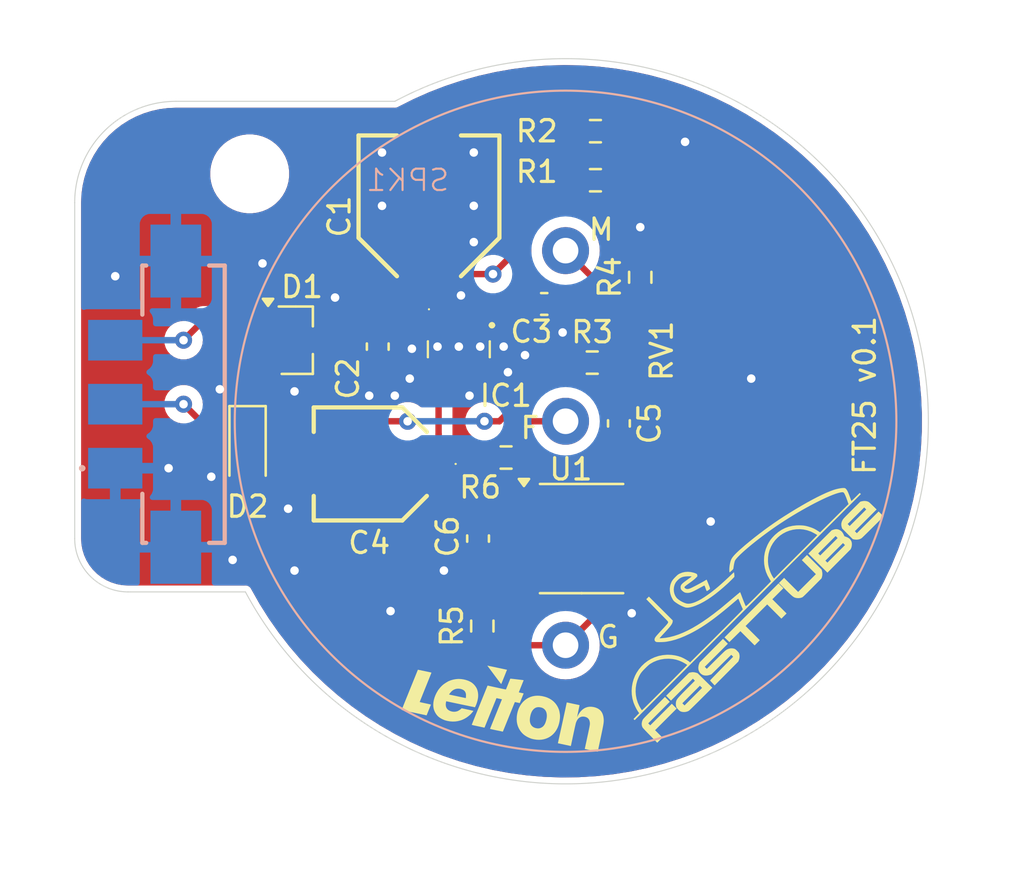
<source format=kicad_pcb>
(kicad_pcb
	(version 20240108)
	(generator "pcbnew")
	(generator_version "8.0")
	(general
		(thickness 1.6)
		(legacy_teardrops no)
	)
	(paper "A4")
	(layers
		(0 "F.Cu" signal)
		(31 "B.Cu" power)
		(32 "B.Adhes" user "B.Adhesive")
		(33 "F.Adhes" user "F.Adhesive")
		(34 "B.Paste" user)
		(35 "F.Paste" user)
		(37 "F.SilkS" user "F.Silkscreen")
		(38 "B.Mask" user)
		(39 "F.Mask" user)
		(40 "Dwgs.User" user "User.Drawings")
		(41 "Cmts.User" user "User.Comments")
		(42 "Eco1.User" user "User.Eco1")
		(43 "Eco2.User" user "User.Eco2")
		(44 "Edge.Cuts" user)
		(45 "Margin" user)
		(46 "B.CrtYd" user "B.Courtyard")
		(47 "F.CrtYd" user "F.Courtyard")
		(48 "B.Fab" user)
		(49 "F.Fab" user)
		(50 "User.1" user)
		(51 "User.2" user)
		(52 "User.3" user)
		(53 "User.4" user)
		(54 "User.5" user)
		(55 "User.6" user)
		(56 "User.7" user)
		(57 "User.8" user)
		(58 "User.9" user)
	)
	(setup
		(stackup
			(layer "F.SilkS"
				(type "Top Silk Screen")
			)
			(layer "F.Paste"
				(type "Top Solder Paste")
			)
			(layer "F.Mask"
				(type "Top Solder Mask")
				(thickness 0.01)
			)
			(layer "F.Cu"
				(type "copper")
				(thickness 0.035)
			)
			(layer "dielectric 1"
				(type "core")
				(thickness 1.51)
				(material "FR4")
				(epsilon_r 4.5)
				(loss_tangent 0.02)
			)
			(layer "B.Cu"
				(type "copper")
				(thickness 0.035)
			)
			(layer "B.Mask"
				(type "Bottom Solder Mask")
				(thickness 0.01)
			)
			(layer "B.Paste"
				(type "Bottom Solder Paste")
			)
			(layer "dielectric 2"
				(type "Bottom Silk Screen")
				(thickness 0)
				(material "FR4")
				(epsilon_r 4.5)
				(loss_tangent 0.02)
			)
			(copper_finish "None")
			(dielectric_constraints no)
		)
		(pad_to_mask_clearance 0)
		(allow_soldermask_bridges_in_footprints no)
		(pcbplotparams
			(layerselection 0x00010fc_ffffffff)
			(plot_on_all_layers_selection 0x0000000_00000000)
			(disableapertmacros no)
			(usegerberextensions no)
			(usegerberattributes yes)
			(usegerberadvancedattributes yes)
			(creategerberjobfile yes)
			(dashed_line_dash_ratio 12.000000)
			(dashed_line_gap_ratio 3.000000)
			(svgprecision 4)
			(plotframeref no)
			(viasonmask no)
			(mode 1)
			(useauxorigin no)
			(hpglpennumber 1)
			(hpglpenspeed 20)
			(hpglpendiameter 15.000000)
			(pdf_front_fp_property_popups yes)
			(pdf_back_fp_property_popups yes)
			(dxfpolygonmode yes)
			(dxfimperialunits yes)
			(dxfusepcbnewfont yes)
			(psnegative no)
			(psa4output no)
			(plotreference yes)
			(plotvalue yes)
			(plotfptext yes)
			(plotinvisibletext no)
			(sketchpadsonfab no)
			(subtractmaskfromsilk no)
			(outputformat 1)
			(mirror no)
			(drillshape 1)
			(scaleselection 1)
			(outputdirectory "")
		)
	)
	(net 0 "")
	(net 1 "VDD")
	(net 2 "GND")
	(net 3 "Net-(U1-FEED)")
	(net 4 "Net-(SPK1-M)")
	(net 5 "+24V")
	(net 6 "Net-(U1-HRNEN)")
	(net 7 "Net-(IC1-EN{slash}ADJ)")
	(net 8 "/SIG")
	(net 9 "Net-(SPK1-G)")
	(net 10 "Net-(SPK1-F)")
	(net 11 "Net-(D1-A)")
	(net 12 "unconnected-(U1-NC-Pad1)")
	(net 13 "unconnected-(U1-NC-Pad3)")
	(net 14 "Net-(R1-Pad2)")
	(footprint "Capacitor_SMD:C_0603_1608Metric_Pad1.08x0.95mm_HandSolder" (layer "F.Cu") (at 141.2 96.5 -90))
	(footprint "Capacitor_SMD:C_0603_1608Metric_Pad1.08x0.95mm_HandSolder" (layer "F.Cu") (at 145.9 105.5 90))
	(footprint "LOGO" (layer "F.Cu") (at 157.785054 107.960449 45))
	(footprint "Resistor_SMD:R_0603_1608Metric_Pad0.98x0.95mm_HandSolder" (layer "F.Cu") (at 146.1 109.6 90))
	(footprint "soundbox:06TR4FA104DPR" (layer "F.Cu") (at 159 95.5))
	(footprint "Capacitor_SMD:C_0603_1608Metric_Pad1.08x0.95mm_HandSolder" (layer "F.Cu") (at 149 94.5 180))
	(footprint "Resistor_SMD:R_0603_1608Metric_Pad0.98x0.95mm_HandSolder" (layer "F.Cu") (at 153.5 93.25 90))
	(footprint "soundbox:PG-SCT595-5" (layer "F.Cu") (at 145 96.5 180))
	(footprint "soundbox:EEE0GA101SR" (layer "F.Cu") (at 140.85 102 180))
	(footprint "Resistor_SMD:R_0603_1608Metric_Pad0.98x0.95mm_HandSolder" (layer "F.Cu") (at 147.2125 101.7))
	(footprint "Resistor_SMD:R_0603_1608Metric_Pad0.98x0.95mm_HandSolder" (layer "F.Cu") (at 151.4 88.7))
	(footprint "Package_TO_SOT_SMD:SOT-23_Handsoldering" (layer "F.Cu") (at 137.4 96.2))
	(footprint "soundbox:LeitOn_small_wo_sq" (layer "F.Cu") (at 147.2 113.1 -12))
	(footprint "Package_SO:SOIC-8_3.9x4.9mm_P1.27mm" (layer "F.Cu") (at 150.75 105.5))
	(footprint "soundbox:EEE1AA101SP" (layer "F.Cu") (at 143.6 89.9 90))
	(footprint "Resistor_SMD:R_0603_1608Metric_Pad0.98x0.95mm_HandSolder" (layer "F.Cu") (at 151.25 97.25))
	(footprint "Capacitor_SMD:C_0603_1608Metric_Pad1.08x0.95mm_HandSolder" (layer "F.Cu") (at 152.5 100.1 -90))
	(footprint "Diode_SMD:D_SOD-323_HandSoldering" (layer "F.Cu") (at 135.1 101.3 -90))
	(footprint "MountingHole:MountingHole_3.2mm_M3_DIN965" (layer "F.Cu") (at 135.2 88.4))
	(footprint "Resistor_SMD:R_0603_1608Metric_Pad0.98x0.95mm_HandSolder" (layer "F.Cu") (at 151.4 86.4))
	(footprint "soundbox:TE Micro-Mate-N-Lok 1x03" (layer "B.Cu") (at 132.1 99.2 -90))
	(footprint "soundbox:CPT-3016-105T" (layer "B.Cu") (at 150 100 180))
	(gr_arc
		(start 127 89.75)
		(mid 128.391243 86.391243)
		(end 131.75 85)
		(stroke
			(width 0.05)
			(type default)
		)
		(layer "Edge.Cuts")
		(uuid "0c9499f7-3257-4d1a-ab45-d3dea9659961")
	)
	(gr_line
		(start 131.75 85)
		(end 142 85)
		(stroke
			(width 0.05)
			(type default)
		)
		(layer "Edge.Cuts")
		(uuid "145b8ce2-1cdf-402f-8341-2813b341aab6")
	)
	(gr_line
		(start 127 89.75)
		(end 127 105.5)
		(stroke
			(width 0.05)
			(type default)
		)
		(layer "Edge.Cuts")
		(uuid "5702bfe5-fa35-42f9-b66d-dc1faf38af9f")
	)
	(gr_line
		(start 129.5 108)
		(end 135 108)
		(stroke
			(width 0.05)
			(type default)
		)
		(layer "Edge.Cuts")
		(uuid "7ce022d5-3481-46fd-850f-fa99ac5c91eb")
	)
	(gr_arc
		(start 142 85)
		(mid 166.263456 104.949746)
		(end 135.000001 108.000003)
		(stroke
			(width 0.05)
			(type default)
		)
		(layer "Edge.Cuts")
		(uuid "8a2c619c-8626-4af2-8c59-1422d0ba61b9")
	)
	(gr_arc
		(start 129.5 108)
		(mid 127.732233 107.267767)
		(end 127 105.5)
		(stroke
			(width 0.05)
			(type default)
		)
		(layer "Edge.Cuts")
		(uuid "e1634623-b024-4caa-9d4d-69a765686d49")
	)
	(gr_rect
		(start 127 83)
		(end 167 117)
		(stroke
			(width 0.01)
			(type default)
		)
		(fill none)
		(layer "User.1")
		(uuid "39b0a146-c4d4-4256-ae48-acf0ec4d99bd")
	)
	(gr_text "FT25 v0.1"
		(at 164.6 102.6 90)
		(layer "F.SilkS")
		(uuid "0568cae2-bee3-4247-bec4-4aec8861298f")
		(effects
			(font
				(size 1 1)
				(thickness 0.15)
			)
			(justify left bottom)
		)
	)
	(segment
		(start 144.05 100.6)
		(end 144.05 101.8)
		(width 0.3)
		(layer "F.Cu")
		(net 1)
		(uuid "0200de1e-f1d3-475e-904f-1ae67260540b")
	)
	(segment
		(start 144.05 103.45)
		(end 144.05 102.35)
		(width 0.3)
		(layer "F.Cu")
		(net 1)
		(uuid "0bc4b59f-3030-465f-99e6-8a96f1d37eff")
	)
	(segment
		(start 148.275 104.865)
		(end 146.1275 104.865)
		(width 0.3)
		(layer "F.Cu")
		(net 1)
		(uuid "4fcf3739-2429-46db-a6eb-520af12c0900")
	)
	(segment
		(start 144 97.75)
		(end 144.05 97.7)
		(width 0.3)
		(layer "F.Cu")
		(net 1)
		(uuid "b57598a9-8b18-4e03-89c1-05fa95734452")
	)
	(segment
		(start 144.05 97.7)
		(end 144.05 100.6)
		(width 0.3)
		(layer "F.Cu")
		(net 1)
		(uuid "b5e77050-d7d3-4d83-9482-2923ce921046")
	)
	(segment
		(start 142.85 101.8)
		(end 144.05 101.8)
		(width 0.3)
		(layer "F.Cu")
		(net 1)
		(uuid "b743f3e9-4660-4641-8a39-1aa2c34a7ec6")
	)
	(segment
		(start 144.05 102.35)
		(end 143.7 102)
		(width 0.3)
		(layer "F.Cu")
		(net 1)
		(uuid "c5bb5a80-74ea-46d0-bfec-228c952e0dc7")
	)
	(segment
		(start 145.9 104.6375)
		(end 145.2375 104.6375)
		(width 0.3)
		(layer "F.Cu")
		(net 1)
		(uuid "cd55c0ae-b94b-4f6e-88d8-0819b3376a66")
	)
	(segment
		(start 145.2375 104.6375)
		(end 144.05 103.45)
		(width 0.3)
		(layer "F.Cu")
		(net 1)
		(uuid "ea5494ea-c94c-4637-880a-57b8847c4db0")
	)
	(segment
		(start 146.1275 104.865)
		(end 145.9 104.6375)
		(width 0.3)
		(layer "F.Cu")
		(net 1)
		(uuid "f2ef52aa-2e6f-4866-8b2f-5ded5050ff85")
	)
	(segment
		(start 149.8625 95.8375)
		(end 149.8625 94.5)
		(width 0.3)
		(layer "F.Cu")
		(net 2)
		(uuid "71920597-7374-42a3-8e56-7b58da0dcf27")
	)
	(segment
		(start 144.9375 106.3625)
		(end 145.9 106.3625)
		(width 0.3)
		(layer "F.Cu")
		(net 2)
		(uuid "94618711-fb25-45c9-ba6d-6bf0757c171e")
	)
	(segment
		(start 144.3 107)
		(end 144.9375 106.3625)
		(width 0.3)
		(layer "F.Cu")
		(net 2)
		(uuid "de745790-ac23-4005-8032-b29fb642955f")
	)
	(via
		(at 155.6 86.9)
		(size 0.8)
		(drill 0.4)
		(layers "F.Cu" "B.Cu")
		(free yes)
		(net 2)
		(uuid "06a1a750-8536-4cf8-9192-35bc867304a9")
	)
	(via
		(at 145.7 91.6)
		(size 0.8)
		(drill 0.4)
		(layers "F.Cu" "B.Cu")
		(free yes)
		(net 2)
		(uuid "0db306fa-f0a3-4a00-87b1-7ed6fd918b81")
	)
	(via
		(at 140.8 98.8)
		(size 0.8)
		(drill 0.4)
		(layers "F.Cu" "B.Cu")
		(free yes)
		(net 2)
		(uuid "11677aed-5d35-4c15-8c41-230ac25975ee")
	)
	(via
		(at 142 98.8)
		(size 0.8)
		(drill 0.4)
		(layers "F.Cu" "B.Cu")
		(free yes)
		(net 2)
		(uuid "1634c358-6587-4d9e-a4c2-90a5ab1faafd")
	)
	(via
		(at 147.3 97.7)
		(size 0.8)
		(drill 0.4)
		(layers "F.Cu" "B.Cu")
		(free yes)
		(net 2)
		(uuid "1a418d52-d221-44b1-ad1d-91e97992ecb3")
	)
	(via
		(at 135.8 92.6)
		(size 0.8)
		(drill 0.4)
		(layers "F.Cu" "B.Cu")
		(free yes)
		(net 2)
		(uuid "1ae7c5ac-d660-4ab3-b3fa-65cf1c02d49f")
	)
	(via
		(at 141.4 87.4)
		(size 0.8)
		(drill 0.4)
		(layers "F.Cu" "B.Cu")
		(free yes)
		(net 2)
		(uuid "242c131a-7b58-4e7b-a56b-1eff90940cb4")
	)
	(via
		(at 142.7 98)
		(size 0.8)
		(drill 0.4)
		(layers "F.Cu" "B.Cu")
		(free yes)
		(net 2)
		(uuid "25345f8f-538d-46a3-b8d8-5a868b8a4bca")
	)
	(via
		(at 144.3 107)
		(size 0.8)
		(drill 0.4)
		(layers "F.Cu" "B.Cu")
		(net 2)
		(uuid "2a82b6e4-3e60-41fd-bd5d-f6a27f31de3c")
	)
	(via
		(at 134.4 106.5)
		(size 0.8)
		(drill 0.4)
		(layers "F.Cu" "B.Cu")
		(free yes)
		(net 2)
		(uuid "40f43ec0-ad56-49ad-9da1-70b7a7e2a5b3")
	)
	(via
		(at 153.5 90.9)
		(size 0.8)
		(drill 0.4)
		(layers "F.Cu" "B.Cu")
		(free yes)
		(net 2)
		(uuid "59e64dbd-0451-436f-844e-4c0d273598ba")
	)
	(via
		(at 148.1 96.9)
		(size 0.8)
		(drill 0.4)
		(layers "F.Cu" "B.Cu")
		(free yes)
		(net 2)
		(uuid "69cbc453-a834-432c-a06f-6af5e0115401")
	)
	(via
		(at 145 96.5)
		(size 0.8)
		(drill 0.4)
		(layers "F.Cu" "B.Cu")
		(free yes)
		(net 2)
		(uuid "6a66460c-c4ed-4cbb-ad75-8721cfb01e79")
	)
	(via
		(at 153.1 109)
		(size 0.8)
		(drill 0.4)
		(layers "F.Cu" "B.Cu")
		(free yes)
		(net 2)
		(uuid "7fa75b93-3a54-4ab9-823b-8664220d8fc0")
	)
	(via
		(at 137 104.1)
		(size 0.8)
		(drill 0.4)
		(layers "F.Cu" "B.Cu")
		(free yes)
		(net 2)
		(uuid "83ee66e4-35b7-421f-bd51-e9232ebc2f9c")
	)
	(via
		(at 145.7 87.4)
		(size 0.8)
		(drill 0.4)
		(layers "F.Cu" "B.Cu")
		(free yes)
		(net 2)
		(uuid "87ee8f62-5586-4ec4-bf64-4d8e7f4f3c00")
	)
	(via
		(at 142.8 96.6)
		(size 0.8)
		(drill 0.4)
		(layers "F.Cu" "B.Cu")
		(free yes)
		(net 2)
		(uuid "88f446c1-03c1-4aaf-8c6d-a532e3fea711")
	)
	(via
		(at 133.4 102.6)
		(size 0.8)
		(drill 0.4)
		(layers "F.Cu" "B.Cu")
		(free yes)
		(net 2)
		(uuid "92246a78-6004-4e5e-8693-ea3615729c12")
	)
	(via
		(at 131.4 102.2)
		(size 0.8)
		(drill 0.4)
		(layers "F.Cu" "B.Cu")
		(free yes)
		(net 2)
		(uuid "94bb3951-fb1a-46ff-acb9-ecec1cf0b654")
	)
	(via
		(at 139.2 94.2)
		(size 0.8)
		(drill 0.4)
		(layers "F.Cu" "B.Cu")
		(free yes)
		(net 2)
		(uuid "992c7461-a546-414a-83a3-be9358a4ffe2")
	)
	(via
		(at 145.7 89.9)
		(size 0.8)
		(drill 0.4)
		(layers "F.Cu" "B.Cu")
		(free yes)
		(net 2)
		(uuid "afb24003-5dc5-4adf-9efe-5e0f83e92297")
	)
	(via
		(at 145.1 94.1)
		(size 0.8)
		(drill 0.4)
		(layers "F.Cu" "B.Cu")
		(free yes)
		(net 2)
		(uuid "b57f5c0c-c97f-4e02-83ff-2ef698d42b64")
	)
	(via
		(at 145.5 98.8)
		(size 0.8)
		(drill 0.4)
		(layers "F.Cu" "B.Cu")
		(free yes)
		(net 2)
		(uuid "b5ab2b73-4634-4e0e-855d-42a626e2a677")
	)
	(via
		(at 158.7 98)
		(size 0.8)
		(drill 0.4)
		(layers "F.Cu" "B.Cu")
		(free yes)
		(net 2)
		(uuid "b76a2fc2-0f04-4ac7-8040-3c68efea3aaa")
	)
	(via
		(at 137.3 107)
		(size 0.8)
		(drill 0.4)
		(layers "F.Cu" "B.Cu")
		(free yes)
		(net 2)
		(uuid "b84a5bb6-38b6-489a-88d5-f98f5bcf4f0a")
	)
	(via
		(at 128.9 93.2)
		(size 0.8)
		(drill 0.4)
		(layers "F.Cu" "B.Cu")
		(free yes)
		(net 2)
		(uuid "c6f53ace-18f2-4464-867c-521c9da61925")
	)
	(via
		(at 141.4 89.9)
		(size 0.8)
		(drill 0.4)
		(layers "F.Cu" "B.Cu")
		(free yes)
		(net 2)
		(uuid "ce35d305-acce-470c-a782-1e723ff90853")
	)
	(via
		(at 146 96.5)
		(size 0.8)
		(drill 0.4)
		(layers "F.Cu" "B.Cu")
		(free yes)
		(net 2)
		(uuid "ce89bd32-5eb5-4729-8660-e03d2d9f2e18")
	)
	(via
		(at 147.1 96.5)
		(size 0.8)
		(drill 0.4)
		(layers "F.Cu" "B.Cu")
		(free yes)
		(net 2)
		(uuid "d6efebd2-3405-41b1-bc0d-84897ffc75fb")
	)
	(via
		(at 149.8625 95.8375)
		(size 0.8)
		(drill 0.4)
		(layers "F.Cu" "B.Cu")
		(free yes)
		(net 2)
		(uuid "d8f12fb1-bcf4-4713-a92c-8cd19cfe334a")
	)
	(via
		(at 156.8 104.7)
		(size 0.8)
		(drill 0.4)
		(layers "F.Cu" "B.Cu")
		(free yes)
		(net 2)
		(uuid "db890ffb-38c3-4b56-bb01-106cd42901c5")
	)
	(via
		(at 144 96.5)
		(size 0.8)
		(drill 0.4)
		(layers "F.Cu" "B.Cu")
		(free yes)
		(net 2)
		(uuid "dcf1182a-9346-40f1-9a54-d1175b80aebf")
	)
	(via
		(at 141.8 108.9)
		(size 0.8)
		(drill 0.4)
		(layers "F.Cu" "B.Cu")
		(free yes)
		(net 2)
		(uuid "dee0939a-5e0d-4315-a470-5bde3c7fcd15")
	)
	(via
		(at 133.8 98.5)
		(size 0.8)
		(drill 0.4)
		(layers "F.Cu" "B.Cu")
		(free yes)
		(net 2)
		(uuid "e8553ab2-d140-422f-8e37-c9cd37b98698")
	)
	(via
		(at 137.3 98.6)
		(size 0.8)
		(drill 0.4)
		(layers "F.Cu" "B.Cu")
		(free yes)
		(net 2)
		(uuid "ecf13844-64d3-4d09-826f-01f2a3714814")
	)
	(segment
		(start 149.9 106.9)
		(end 149.395 107.405)
		(width 0.3)
		(layer "F.Cu")
		(net 3)
		(uuid "072347fb-8a85-4b8b-9cdd-570becb73639")
	)
	(segment
		(start 149.7 103)
		(end 150.1 103)
		(width 0.3)
		(layer "F.Cu")
		(net 3)
		(uuid "11e8214e-b373-43c8-ae68-38b5e3213818")
	)
	(segment
		(start 152.1375 100.9625)
		(end 152.5 100.9625)
		(width 0.3)
		(layer "F.Cu")
		(net 3)
		(uuid "25f2b0a8-c502-408e-8164-4ce47b492466")
	)
	(segment
		(start 149.9 103.2)
		(end 150.1 103)
		(width 0.3)
		(layer "F.Cu")
		(net 3)
		(uuid "30c377f0-684f-4468-bc59-12db9983da53")
	)
	(segment
		(start 148.275 107.405)
		(end 146.105 107.405)
		(width 0.3)
		(layer "F.Cu")
		(net 3)
		(uuid "4d85323a-08d1-468c-bfd3-e496a2731d71")
	)
	(segment
		(start 146.105 107.405)
		(end 146.1 107.4)
		(width 0.3)
		(layer "F.Cu")
		(net 3)
		(uuid "5dd55fdd-6d11-4b51-a953-3fa965ab3532")
	)
	(segment
		(start 148.125 101.7)
		(end 148.4 101.7)
		(width 0.3)
		(layer "F.Cu")
		(net 3)
		(uuid "68a5e2c6-7d6d-4572-b044-716560f93b78")
	)
	(segment
		(start 149.395 107.405)
		(end 148.275 107.405)
		(width 0.3)
		(layer "F.Cu")
		(net 3)
		(uuid "743d24b5-976d-4645-9863-8a0ee42aafcc")
	)
	(segment
		(start 149.7 103)
		(end 149.9 103.2)
		(width 0.3)
		(layer "F.Cu")
		(net 3)
		(uuid "78005be2-efb6-4035-8dcc-eb81a73eb354")
	)
	(segment
		(start 150.1 103)
		(end 152.1375 100.9625)
		(width 0.3)
		(layer "F.Cu")
		(net 3)
		(uuid "8781c6ea-0942-46f3-9027-bf40e47d732e")
	)
	(segment
		(start 148.4 101.7)
		(end 149.7 103)
		(width 0.3)
		(layer "F.Cu")
		(net 3)
		(uuid "b404ab0a-8eff-45cf-aa85-93b0c45359af")
	)
	(segment
		(start 149.9 103.2)
		(end 149.9 106.9)
		(width 0.3)
		(layer "F.Cu")
		(net 3)
		(uuid "cb404238-cfe4-4c89-80e5-10dbaa60b65d")
	)
	(segment
		(start 146.1 108.6875)
		(end 146.1 107.4)
		(width 0.3)
		(layer "F.Cu")
		(net 3)
		(uuid "f412a4c1-f106-41a2-a9c6-a0084babeb82")
	)
	(segment
		(start 152.4375 99.2375)
		(end 151.25 98.05)
		(width 0.3)
		(layer "F.Cu")
		(net 4)
		(uuid "16673ef8-2781-4e29-9ce0-ce8e17a8506f")
	)
	(segment
		(start 151.8 103.2)
		(end 153.4 101.6)
		(width 0.3)
		(layer "F.Cu")
		(net 4)
		(uuid "3da75233-b6b6-4c1f-b236-e40923ca1e21")
	)
	(segment
		(start 151.25 93.25)
		(end 150 92)
		(width 0.3)
		(layer "F.Cu")
		(net 4)
		(uuid "65a1f3a9-a9a4-4ebb-ac3b-643abefa83e6")
	)
	(segment
		(start 153.225 104.865)
		(end 152.365 104.865)
		(width 0.3)
		(layer "F.Cu")
		(net 4)
		(uuid "70d18280-a1a2-4a91-932e-2683647e553b")
	)
	(segment
		(start 151.8 104.3)
		(end 151.8 103.2)
		(width 0.3)
		(layer "F.Cu")
		(net 4)
		(uuid "93c204e2-e82a-439a-8e55-cfd5c3a86dd5")
	)
	(segment
		(start 153.4 100.1375)
		(end 152.5 99.2375)
		(width 0.3)
		(layer "F.Cu")
		(net 4)
		(uuid "9d75660a-4465-4fd8-b749-fa8c264b29dc")
	)
	(segment
		(start 152.5 99.2375)
		(end 152.4375 99.2375)
		(width 0.3)
		(layer "F.Cu")
		(net 4)
		(uuid "a6446cac-3f7e-47c6-8ffe-f93642c45dd3")
	)
	(segment
		(start 153.4 101.6)
		(end 153.4 100.1375)
		(width 0.3)
		(layer "F.Cu")
		(net 4)
		(uuid "d29ca72d-fd75-4e63-a9ef-bb7bfd16a48c")
	)
	(segment
		(start 151.25 98.05)
		(end 151.25 93.25)
		(width 0.3)
		(layer "F.Cu")
		(net 4)
		(uuid "f5fbbc68-e833-4c48-80bb-defc46a5cc2a")
	)
	(segment
		(start 152.365 104.865)
		(end 151.8 104.3)
		(width 0.3)
		(layer "F.Cu")
		(net 4)
		(uuid "fda7703d-c832-413a-bf81-807f5eea4c8c")
	)
	(segment
		(start 147.7 92)
		(end 147.7 91)
		(width 0.3)
		(layer "F.Cu")
		(net 5)
		(uuid "1714de18-f19e-4a1d-9fcb-abbc4390ca85")
	)
	(segment
		(start 141.5875 95.25)
		(end 144 95.25)
		(width 0.3)
		(layer "F.Cu")
		(net 5)
		(uuid "3cdd5ae0-fe74-40b7-91eb-253b46d6524f")
	)
	(segment
		(start 143.6 94.4)
		(end 144.05 94.85)
		(width 0.3)
		(layer "F.Cu")
		(net 5)
		(uuid "5cfb3353-0791-41e6-bccb-971103ac1a26")
	)
	(segment
		(start 144.05 94.85)
		(end 144.05 95.3)
		(width 0.3)
		(layer "F.Cu")
		(net 5)
		(uuid "621ce208-3109-48a3-945d-31c8a7be375d")
	)
	(segment
		(start 140.1125 95.6375)
		(end 141.2 95.6375)
		(width 0.3)
		(layer "F.Cu")
		(net 5)
		(uuid "741a27be-6162-47b2-ad04-96fb7ac0b279")
	)
	(segment
		(start 144.3 93.1)
		(end 146.6 93.1)
		(width 0.3)
		(layer "F.Cu")
		(net 5)
		(uuid "7d813ea8-5ed9-49a4-98e1-c2993e25371a")
	)
	(segment
		(start 150 88.7)
		(end 150.4875 88.7)
		(width 0.3)
		(layer "F.Cu")
		(net 5)
		(uuid "91449544-3d85-43bf-892d-142f30243a74")
	)
	(segment
		(start 146.6 93.1)
		(end 147.7 92)
		(width 0.3)
		(layer "F.Cu")
		(net 5)
		(uuid "a21a02bd-2759-401c-b257-6fddf78b91b4")
	)
	(segment
		(start 147.7 91)
		(end 150 88.7)
		(width 0.3)
		(layer "F.Cu")
		(net 5)
		(uuid "b0d0a533-03d1-4d10-9c9d-275a057f1864")
	)
	(segment
		(start 138.9 96.2)
		(end 139.55 96.2)
		(width 0.3)
		(layer "F.Cu")
		(net 5)
		(uuid "bd107eda-4f5e-4951-931b-0b65bc3ea725")
	)
	(segment
		(start 143.6 92.4)
		(end 144.3 93.1)
		(width 0.3)
		(layer "F.Cu")
		(net 5)
		(uuid "bdbf9fa0-e6ce-431f-be19-940864357b67")
	)
	(segment
		(start 141.2 95.6375)
		(end 141.5875 95.25)
		(width 0.3)
		(layer "F.Cu")
		(net 5)
		(uuid "c70a6765-40cc-46c1-a2d9-b3050acd3216")
	)
	(segment
		(start 139.55 96.2)
		(end 140.1125 95.6375)
		(width 0.3)
		(layer "F.Cu")
		(net 5)
		(uuid "e1a2c8d8-ddc3-4812-a16f-2c720999d104")
	)
	(segment
		(start 143.6 92.4)
		(end 143.6 94.4)
		(width 0.3)
		(layer "F.Cu")
		(net 5)
		(uuid "e50a271d-fbd0-4824-a5eb-2812063731a2")
	)
	(segment
		(start 150.4875 86.4)
		(end 150.4875 88.7)
		(width 0.3)
		(layer "F.Cu")
		(net 5)
		(uuid "e74d25ae-28d4-40ff-aaa6-db74846f4d2c")
	)
	(via
		(at 146.6 93.1)
		(size 0.8)
		(drill 0.4)
		(layers "F.Cu" "B.Cu")
		(net 5)
		(uuid "1f66e272-7d73-47e7-85fd-2cea844f1376")
	)
	(segment
		(start 152.1625 97.25)
		(end 154 99.0875)
		(width 0.3)
		(layer "F.Cu")
		(net 6)
		(uuid "3373c322-f050-48d0-bec9-783b14de9a20")
	)
	(segment
		(start 152.1625 97.25)
		(end 152.25 97.25)
		(width 0.3)
		(layer "F.Cu")
		(net 6)
		(uuid "52311879-8ed6-466b-bba9-44d036750aed")
	)
	(segment
		(start 154 102.82)
		(end 153.225 103.595)
		(width 0.3)
		(layer "F.Cu")
		(net 6)
		(uuid "5c9a70c6-3c37-4136-aee2-631c370f708c")
	)
	(segment
		(start 154 99.0875)
		(end 154 102.82)
		(width 0.3)
		(layer "F.Cu")
		(net 6)
		(uuid "e057f958-100b-4a61-bfb9-9d5cd19452f3")
	)
	(segment
		(start 153.5 96)
		(end 153.5 94.1625)
		(width 0.3)
		(layer "F.Cu")
		(net 6)
		(uuid "ef8cfd81-6cb9-4d71-b3bf-0610e509a439")
	)
	(segment
		(start 152.25 97.25)
		(end 153.5 96)
		(width 0.3)
		(layer "F.Cu")
		(net 6)
		(uuid "fa2f396c-09cf-4795-881a-85a4b4ae0039")
	)
	(segment
		(start 159 91.225)
		(end 157.525 89.75)
		(width 0.3)
		(layer "F.Cu")
		(net 7)
		(uuid "10e80ff1-24c9-4e99-a6ae-40c6b4da76d7")
	)
	(segment
		(start 145.95 95.3)
		(end 147.425 93.825)
		(width 0.3)
		(layer "F.Cu")
		(net 7)
		(uuid "69f64f3f-7002-47e9-8d79-e5b3fa90185e")
	)
	(segment
		(start 148.25 93)
		(end 147.425 93.825)
		(width 0.3)
		(layer "F.Cu")
		(net 7)
		(uuid "71a75b59-ac82-42df-ab4d-24534136247c")
	)
	(segment
		(start 149.75 89.75)
		(end 148.25 91.25)
		(width 0.3)
		(layer "F.Cu")
		(net 7)
		(uuid "7c187c0d-5463-49e4-b302-7e6b907a001c")
	)
	(segment
		(start 157.525 89.75)
		(end 149.75 89.75)
		(width 0.3)
		(layer "F.Cu")
		(net 7)
		(uuid "8caf3322-20bd-4792-87d4-2ac4b6e61f44")
	)
	(segment
		(start 148.1375 94.5)
		(end 148.1 94.5)
		(width 0.3)
		(layer "F.Cu")
		(net 7)
		(uuid "c7a1fbfd-de61-4daa-8cec-99339a910f45")
	)
	(segment
		(start 148.1 94.5)
		(end 147.425 93.825)
		(width 0.3)
		(layer "F.Cu")
		(net 7)
		(uuid "fb5c3ebe-ae4a-47c1-bc91-695929b1d538")
	)
	(segment
		(start 148.25 91.25)
		(end 148.25 93)
		(width 0.3)
		(layer "F.Cu")
		(net 7)
		(uuid "fd5ccc6b-1f50-4929-b1e8-f7fa3b79e0ff")
	)
	(segment
		(start 149.65 97.25)
		(end 150.3375 97.25)
		(width 0.3)
		(layer "F.Cu")
		(net 8)
		(uuid "49712491-cc98-417d-9fd7-6bea8419dd0f")
	)
	(segment
		(start 146.2 100)
		(end 146.9 100)
		(width 0.3)
		(layer "F.Cu")
		(net 8)
		(uuid "527f361a-886e-4d3e-b2f8-d2e7b77728ba")
	)
	(segment
		(start 132.9 100)
		(end 132.1 99.2)
		(width 0.3)
		(layer "F.Cu")
		(net 8)
		(uuid "5baef98e-5189-4eb0-8387-1bdec159583f")
	)
	(segment
		(start 142.6 100)
		(end 132.9 100)
		(width 0.3)
		(layer "F.Cu")
		(net 8)
		(uuid "c74e87f2-4beb-42a2-8bce-759a3bbe4814")
	)
	(segment
		(start 146.9 100)
		(end 149.65 97.25)
		(width 0.3)
		(layer "F.Cu")
		(net 8)
		(uuid "eab867c7-f470-4870-8085-66ac175dac89")
	)
	(via
		(at 146.2 100)
		(size 0.8)
		(drill 0.4)
		(layers "F.Cu" "B.Cu")
		(net 8)
		(uuid "3e77b714-44f3-4163-8c08-87f52830b850")
	)
	(via
		(at 142.6 100)
		(size 0.8)
		(drill 0.4)
		(layers "F.Cu" "B.Cu")
		(net 8)
		(uuid "5281ce56-3ddb-4cc6-af00-7d45d7765312")
	)
	(via
		(at 132.1 99.2)
		(size 0.8)
		(drill 0.4)
		(layers "F.Cu" "B.Cu")
		(net 8)
		(uuid "b37c375d-dd82-4e8f-af80-140a5bedd833")
	)
	(segment
		(start 132.1 99.2)
		(end 128.9 99.2)
		(width 0.3)
		(layer "B.Cu")
		(net 8)
		(uuid "550c766a-656c-4f02-959e-6002256314dc")
	)
	(segment
		(start 142.6 100)
		(end 146.2 100)
		(width 0.3)
		(layer "B.Cu")
		(net 8)
		(uuid "7f30ac41-d40b-4057-b41b-f5859121de8d")
	)
	(segment
		(start 146.1 110.5125)
		(end 146.1125 110.5)
		(width 0.3)
		(layer "F.Cu")
		(net 9)
		(uuid "0985b6fd-d180-4fc5-bce9-3d6204322516")
	)
	(segment
		(start 150 110.5)
		(end 151.3 109.2)
		(width 0.3)
		(layer "F.Cu")
		(net 9)
		(uuid "29833cd4-ae84-47c3-a086-4dfcd0ca3a64")
	)
	(segment
		(start 146.1125 110.5)
		(end 150 110.5)
		(width 0.3)
		(layer "F.Cu")
		(net 9)
		(uuid "924cc875-b40f-4c52-9192-86ac241c9175")
	)
	(segment
		(start 151.965 106.135)
		(end 153.225 106.135)
		(width 0.3)
		(layer "F.Cu")
		(net 9)
		(uuid "d32f4e74-f404-477c-91c6-11336f273e81")
	)
	(segment
		(start 151.3 109.2)
		(end 151.3 106.8)
		(width 0.3)
		(layer "F.Cu")
		(net 9)
		(uuid "e4c7c31e-d0bc-4d47-b7ae-acbdc347fd7a")
	)
	(segment
		(start 151.3 106.8)
		(end 151.965 106.135)
		(width 0.3)
		(layer "F.Cu")
		(net 9)
		(uuid "e78a7e10-98f9-4831-bed7-9f8aafb304a1")
	)
	(segment
		(start 148 100)
		(end 150 100)
		(width 0.3)
		(layer "F.Cu")
		(net 10)
		(uuid "3742acb2-820e-4999-be63-afbe5ee5925a")
	)
	(segment
		(start 146.3 101.7)
		(end 148 100)
		(width 0.3)
		(layer "F.Cu")
		(net 10)
		(uuid "85bef4ca-4201-41d1-8bbe-9a35f0aa61c3")
	)
	(segment
		(start 133.05 95.25)
		(end 132.1 96.2)
		(width 0.3)
		(layer "F.Cu")
		(net 11)
		(uuid "c05adb94-fcf2-46f2-9995-128d27f8e65d")
	)
	(segment
		(start 135.9 95.25)
		(end 133.05 95.25)
		(width 0.3)
		(layer "F.Cu")
		(net 11)
		(uuid "f2a95a8c-f339-4b8b-9434-a14fdffa8c9d")
	)
	(via
		(at 132.1 96.2)
		(size 0.8)
		(drill 0.4)
		(layers "F.Cu" "B.Cu")
		(net 11)
		(uuid "ec99fa40-5d9d-41a8-9fe6-5b497feb807a")
	)
	(segment
		(start 132.1 96.2)
		(end 128.9 96.2)
		(width 0.3)
		(layer "B.Cu")
		(net 11)
		(uuid "84b5106d-4355-40eb-8239-1ba06ac7f42a")
	)
	(segment
		(start 161.15 100.425)
		(end 161.15 89.95)
		(width 0.3)
		(layer "F.Cu")
		(net 14)
		(uuid "26979417-b786-4be8-984f-7d0738cdff24")
	)
	(segment
		(start 161.15 89.95)
		(end 159.9 88.7)
		(width 0.3)
		(layer "F.Cu")
		(net 14)
		(uuid "7718b055-c971-4cec-ab44-672e9f6976fc")
	)
	(segment
		(start 159.9 88.7)
		(end 152.3125 88.7)
		(width 0.3)
		(layer "F.Cu")
		(net 14)
		(uuid "8f63e3d9-dbb7-40be-853d-4d064e73fe36")
	)
	(segment
		(start 152.3125 86.4)
		(end 152.3125 88.7)
		(width 0.3)
		(layer "F.Cu")
		(net 14)
		(uuid "d1f80375-c994-4ac9-a326-cf0882761c94")
	)
	(zone
		(net 2)
		(net_name "GND")
		(layers "F&B.Cu")
		(uuid "f9e29ff1-ed6b-4444-a671-19fb7397cf29")
		(hatch edge 0.5)
		(connect_pads
			(clearance 0.5)
		)
		(min_thickness 0.25)
		(filled_areas_thickness no)
		(fill yes
			(thermal_gap 0.5)
			(thermal_bridge_width 0.5)
		)
		(polygon
			(pts
				(xy 123.5 80.25) (xy 171.5 80.25) (xy 171.5 122) (xy 123.5 122)
			)
		)
		(filled_polygon
			(layer "F.Cu")
			(pts
				(xy 150.738849 83.316924) (xy 150.744832 83.317191) (xy 151.548128 83.372487) (xy 151.554089 83.373043)
				(xy 152.353772 83.467285) (xy 152.359713 83.468132) (xy 153.153872 83.601098) (xy 153.159756 83.602231)
				(xy 153.946502 83.773602) (xy 153.952355 83.775027) (xy 154.729831 83.984396) (xy 154.735607 83.986103)
				(xy 155.502 84.232982) (xy 155.507668 84.23496) (xy 155.996378 84.419032) (xy 156.2612 84.518778)
				(xy 156.266784 84.521038) (xy 156.498304 84.621332) (xy 157.005625 84.841104) (xy 157.011068 84.843621)
				(xy 157.733508 85.199198) (xy 157.738804 85.201966) (xy 158.173492 85.442812) (xy 158.443116 85.592202)
				(xy 158.448313 85.595248) (xy 159.132857 86.019234) (xy 159.137896 86.022528) (xy 159.360299 86.175704)
				(xy 159.801005 86.479232) (xy 159.805881 86.482768) (xy 160.446027 86.971133) (xy 160.450726 86.974901)
				(xy 161.066433 87.493804) (xy 161.070943 87.497797) (xy 161.652357 88.038211) (xy 161.660699 88.045964)
				(xy 161.665001 88.050162) (xy 161.833895 88.223176) (xy 162.227448 88.62633) (xy 162.23155 88.630741)
				(xy 162.55509 88.9961) (xy 162.753549 89.220212) (xy 162.765352 89.23354) (xy 162.769235 89.238145)
				(xy 163.273141 89.866165) (xy 163.276795 89.870953) (xy 163.749595 90.522686) (xy 163.753013 90.527646)
				(xy 164.193628 91.201602) (xy 164.1968 91.206723) (xy 164.604133 91.901226) (xy 164.607054 91.906494)
				(xy 164.980205 92.620006) (xy 164.982866 92.62541) (xy 165.32092 93.356186) (xy 165.323315 93.361712)
				(xy 165.625484 94.108047) (xy 165.627608 94.113684) (xy 165.893172 94.873799) (xy 165.89502 94.879532)
				(xy 166.123357 95.651644) (xy 166.124925 95.65746) (xy 166.315503 96.439774) (xy 166.316786 96.445659)
				(xy 166.469145 97.236287) (xy 166.470141 97.242228) (xy 166.583927 98.039332) (xy 166.584633 98.045314)
				(xy 166.659575 98.84699) (xy 166.65999 98.852999) (xy 166.695912 99.657391) (xy 166.696034 99.663413)
				(xy 166.692851 100.468574) (xy 166.692681 100.474595) (xy 166.650402 101.278658) (xy 166.64994 101.284664)
				(xy 166.56866 102.085749) (xy 166.567906 102.091725) (xy 166.447824 102.88789) (xy 166.446781 102.893823)
				(xy 166.288178 103.683215) (xy 166.286849 103.689089) (xy 166.090097 104.469857) (xy 166.088484 104.475661)
				(xy 165.854039 105.245979) (xy 165.852145 105.251697) (xy 165.580588 106.009666) (xy 165.57842 106.015286)
				(xy 165.270355 106.759223) (xy 165.267916 106.76473) (xy 164.924097 107.49281) (xy 164.921393 107.498193)
				(xy 164.54262 108.208717) (xy 164.539658 108.213962) (xy 164.126832 108.90525) (xy 164.123619 108.910345)
				(xy 163.677702 109.580779) (xy 163.674245 109.585712) (xy 163.196303 110.233691) (xy 163.192611 110.23845)
				(xy 162.68376 110.862462) (xy 162.679841 110.867037) (xy 162.141301 111.465586) (xy 162.137165 111.469964)
				(xy 161.57018 112.041668) (xy 161.565836 112.045841) (xy 160.971741 112.589351) (xy 160.967199 112.593307)
				(xy 160.347442 113.107299) (xy 160.342713 113.111031) (xy 159.698708 113.594334) (xy 159.693804 113.597831)
				(xy 159.027098 114.049283) (xy 159.02203 114.052538) (xy 158.334199 114.471074) (xy 158.328979 114.47408)
				(xy 157.621601 114.858736) (xy 157.616241 114.861484) (xy 156.891046 115.211323) (xy 156.885558 115.213808)
				(xy 156.144202 115.528026) (xy 156.138601 115.530241) (xy 155.382878 115.808082) (xy 155.377176 115.810022)
				(xy 154.608872 116.05083) (xy 154.603082 116.052492) (xy 153.823957 116.255713) (xy 153.818093 116.257091)
				(xy 153.030035 116.422233) (xy 153.024112 116.423325) (xy 152.22896 116.550002) (xy 152.22299 116.550805)
				(xy 151.422623 116.63872) (xy 151.416621 116.639232) (xy 150.612933 116.688174) (xy 150.606914 116.688394)
				(xy 149.801785 116.698251) (xy 149.795762 116.698178) (xy 148.991125 116.668924) (xy 148.985112 116.668559)
				(xy 148.182843 116.600265) (xy 148.176856 116.599609) (xy 147.378824 116.492431) (xy 147.372875 116.491484)
				(xy 146.581019 116.345685) (xy 146.575135 116.344453) (xy 146.143372 116.243056) (xy 145.79127 116.160367)
				(xy 145.785442 116.158848) (xy 145.011444 115.936912) (xy 145.005696 115.935111) (xy 144.243406 115.675856)
				(xy 144.237752 115.673779) (xy 143.488938 115.377807) (xy 143.483391 115.375457) (xy 143.323003 115.30287)
				(xy 142.749838 115.043471) (xy 142.744413 115.040855) (xy 142.027866 114.673648) (xy 142.022573 114.670772)
				(xy 141.324672 114.269181) (xy 141.319526 114.266051) (xy 140.641954 113.831046) (xy 140.636966 113.827669)
				(xy 139.981354 113.360298) (xy 139.976535 113.356684) (xy 139.344345 112.857989) (xy 139.339708 112.854144)
				(xy 138.732514 112.325365) (xy 138.728069 112.3213) (xy 138.147246 111.763635) (xy 138.143025 111.75938)
				(xy 137.751736 111.34534) (xy 137.589979 111.174177) (xy 137.585949 111.1697) (xy 137.279098 110.811669)
				(xy 137.06197 110.558326) (xy 137.058188 110.553691) (xy 136.564485 109.917552) (xy 136.560935 109.912741)
				(xy 136.098728 109.253406) (xy 136.095399 109.248403) (xy 136.072611 109.212283) (xy 135.665753 108.567395)
				(xy 135.662691 108.56227) (xy 135.285135 107.893968) (xy 135.281699 107.886916) (xy 135.263805 107.855924)
				(xy 135.261778 107.852273) (xy 135.260327 107.849553) (xy 135.242751 107.816596) (xy 135.211356 107.786355)
				(xy 135.2097 107.784729) (xy 135.184086 107.759115) (xy 135.174615 107.750965) (xy 135.174194 107.750559)
				(xy 135.144992 107.736362) (xy 135.13721 107.73223) (xy 135.115993 107.71998) (xy 135.113441 107.718923)
				(xy 135.094862 107.71199) (xy 135.088585 107.708938) (xy 135.067441 107.705994) (xy 135.05246 107.702955)
				(xy 135.039562 107.6995) (xy 135.039561 107.6995) (xy 135.029397 107.6995) (xy 135.012294 107.698315)
				(xy 134.994306 107.69581) (xy 134.98429 107.697589) (xy 134.962604 107.6995) (xy 129.503751 107.6995)
				(xy 129.496264 107.699274) (xy 129.242364 107.683915) (xy 129.2275 107.68211) (xy 128.981001 107.636938)
				(xy 128.966461 107.633354) (xy 128.727211 107.5588) (xy 128.713211 107.553491) (xy 128.48468 107.450638)
				(xy 128.471421 107.443679) (xy 128.275312 107.325127) (xy 128.256958 107.314031) (xy 128.244637 107.305527)
				(xy 128.047363 107.150972) (xy 128.036155 107.141042) (xy 127.858957 106.963844) (xy 127.849027 106.952636)
				(xy 127.79554 106.884365) (xy 127.694468 106.755356) (xy 127.68597 106.743045) (xy 127.621143 106.635808)
				(xy 127.55632 106.528578) (xy 127.549361 106.515319) (xy 127.446508 106.286788) (xy 127.441199 106.272788)
				(xy 127.413839 106.184989) (xy 127.366644 106.033536) (xy 127.363061 106.018998) (xy 127.317889 105.772499)
				(xy 127.316084 105.757635) (xy 127.315543 105.748699) (xy 127.300726 105.503736) (xy 127.3005 105.496249)
				(xy 127.3005 102.849986) (xy 134.100001 102.849986) (xy 134.110494 102.952697) (xy 134.165641 103.119119)
				(xy 134.165643 103.119124) (xy 134.257684 103.268345) (xy 134.381654 103.392315) (xy 134.530875 103.484356)
				(xy 134.53088 103.484358) (xy 134.697302 103.539505) (xy 134.697309 103.539506) (xy 134.800019 103.549999)
				(xy 135.35 103.549999) (xy 135.399972 103.549999) (xy 135.399986 103.549998) (xy 135.502697 103.539505)
				(xy 135.669119 103.484358) (xy 135.669124 103.484356) (xy 135.818345 103.392315) (xy 135.942315 103.268345)
				(xy 136.034356 103.119124) (xy 136.034358 103.119119) (xy 136.089505 102.952697) (xy 136.089506 102.95269)
				(xy 136.099999 102.849986) (xy 136.1 102.849973) (xy 136.1 102.847844) (xy 136.8 102.847844) (xy 136.806401 102.907372)
				(xy 136.806403 102.907379) (xy 136.856645 103.042086) (xy 136.856649 103.042093) (xy 136.942809 103.157187)
				(xy 136.942812 103.15719) (xy 137.057906 103.24335) (xy 137.057913 103.243354) (xy 137.19262 103.293596)
				(xy 137.192627 103.293598) (xy 137.252155 103.299999) (xy 137.252172 103.3) (xy 138.45 103.3) (xy 138.95 103.3)
				(xy 140.147828 103.3) (xy 140.147844 103.299999) (xy 140.207372 103.293598) (xy 140.207379 103.293596)
				(xy 140.342086 103.243354) (xy 140.342093 103.24335) (xy 140.457187 103.15719) (xy 140.45719 103.157187)
				(xy 140.54335 103.042093) (xy 140.543354 103.042086) (xy 140.593596 102.907379) (xy 140.593598 102.907372)
				(xy 140.599999 102.847844) (xy 140.6 102.847827) (xy 140.6 102.25) (xy 138.95 102.25) (xy 138.95 103.3)
				(xy 138.45 103.3) (xy 138.45 102.25) (xy 136.8 102.25) (xy 136.8 102.847844) (xy 136.1 102.847844)
				(xy 136.1 102.8) (xy 135.35 102.8) (xy 135.35 103.549999) (xy 134.800019 103.549999) (xy 134.849999 103.549998)
				(xy 134.85 103.549998) (xy 134.85 102.8) (xy 134.100001 102.8) (xy 134.100001 102.849986) (xy 127.3005 102.849986)
				(xy 127.3005 102.250013) (xy 134.1 102.250013) (xy 134.1 102.3) (xy 134.85 102.3) (xy 135.35 102.3)
				(xy 136.099999 102.3) (xy 136.099999 102.250028) (xy 136.099998 102.250013) (xy 136.089505 102.147302)
				(xy 136.034358 101.98088) (xy 136.034356 101.980875) (xy 135.942315 101.831654) (xy 135.818345 101.707684)
				(xy 135.669124 101.615643) (xy 135.669119 101.615641) (xy 135.502697 101.560494) (xy 135.50269 101.560493)
				(xy 135.399986 101.55) (xy 135.35 101.55) (xy 135.35 102.3) (xy 134.85 102.3) (xy 134.85 101.55)
				(xy 134.849999 101.549999) (xy 134.800029 101.55) (xy 134.800011 101.550001) (xy 134.697302 101.560494)
				(xy 134.53088 101.615641) (xy 134.530875 101.615643) (xy 134.381654 101.707684) (xy 134.257684 101.831654)
				(xy 134.165643 101.980875) (xy 134.165641 101.98088) (xy 134.110494 102.147302) (xy 134.110493 102.147309)
				(xy 134.1 102.250013) (xy 127.3005 102.250013) (xy 127.3005 96.2) (xy 131.19454 96.2) (xy 131.214326 96.388256)
				(xy 131.214327 96.388259) (xy 131.272818 96.568277) (xy 131.272821 96.568284) (xy 131.367467 96.732216)
				(xy 131.443785 96.816975) (xy 131.494129 96.872888) (xy 131.647265 96.984148) (xy 131.64727 96.984151)
				(xy 131.820192 97.061142) (xy 131.820197 97.061144) (xy 132.005354 97.1005) (xy 132.005355 97.1005)
				(xy 132.194644 97.1005) (xy 132.194646 97.1005) (xy 132.379803 97.061144) (xy 132.55273 96.984151)
				(xy 132.705871 96.872888) (xy 132.832533 96.732216) (xy 132.927179 96.568284) (xy 132.985674 96.388256)
				(xy 132.999168 96.259855) (xy 133.025752 96.195242) (xy 133.034789 96.185155) (xy 133.283128 95.936816)
				(xy 133.34445 95.903334) (xy 133.370808 95.9005) (xy 134.558481 95.9005) (xy 134.62552 95.920185)
				(xy 134.646157 95.936814) (xy 134.714815 96.005472) (xy 134.850924 96.087753) (xy 134.861064 96.093883)
				(xy 134.908252 96.145411) (xy 134.92009 96.214271) (xy 134.892821 96.278599) (xy 134.861064 96.306117)
				(xy 134.714811 96.39453) (xy 134.59453 96.514811) (xy 134.506522 96.660393) (xy 134.455913 96.822807)
				(xy 134.4495 96.893386) (xy 134.4495 97.406613) (xy 134.455913 97.477192) (xy 134.506522 97.639606)
				(xy 134.59453 97.785188) (xy 134.714811 97.905469) (xy 134.714813 97.90547) (xy 134.714815 97.905472)
				(xy 134.860394 97.993478) (xy 135.022804 98.044086) (xy 135.093384 98.0505) (xy 135.093387 98.0505)
				(xy 136.706613 98.0505) (xy 136.706616 98.0505) (xy 136.777196 98.044086) (xy 136.939606 97.993478)
				(xy 137.085185 97.905472) (xy 137.205472 97.785185) (xy 137.249923 97.711654) (xy 140.225001 97.711654)
				(xy 140.235319 97.812652) (xy 140.289546 97.9763) (xy 140.289551 97.976311) (xy 140.380052 98.123034)
				(xy 140.380055 98.123038) (xy 140.501961 98.244944) (xy 140.501965 98.244947) (xy 140.648688 98.335448)
				(xy 140.648699 98.335453) (xy 140.812347 98.38968) (xy 140.913352 98.399999) (xy 140.95 98.399999)
				(xy 141.45 98.399999) (xy 141.48664 98.399999) (xy 141.486654 98.399998) (xy 141.587652 98.38968)
				(xy 141.7513 98.335453) (xy 141.751311 98.335448) (xy 141.898034 98.244947) (xy 141.898038 98.244944)
				(xy 142.019944 98.123038) (xy 142.019947 98.123034) (xy 142.110448 97.976311) (xy 142.110453 97.9763)
				(xy 142.16468 97.812652) (xy 142.174999 97.711654) (xy 142.175 97.711641) (xy 142.175 97.6125) (xy 141.45 97.6125)
				(xy 141.45 98.399999) (xy 140.95 98.399999) (xy 140.95 97.6125) (xy 140.225001 97.6125) (xy 140.225001 97.711654)
				(xy 137.249923 97.711654) (xy 137.293478 97.639606) (xy 137.344086 97.477196) (xy 137.3505 97.406616)
				(xy 137.3505 96.893384) (xy 137.349785 96.885519) (xy 137.363321 96.816975) (xy 137.411767 96.766629)
				(xy 137.479742 96.750467) (xy 137.545663 96.77362) (xy 137.579391 96.810146) (xy 137.594528 96.835185)
				(xy 137.59453 96.835188) (xy 137.714811 96.955469) (xy 137.714813 96.95547) (xy 137.714815 96.955472)
				(xy 137.860394 97.043478) (xy 138.022804 97.094086) (xy 138.093384 97.1005) (xy 138.093387 97.1005)
				(xy 139.706613 97.1005) (xy 139.706616 97.1005) (xy 139.777196 97.094086) (xy 139.939606 97.043478)
				(xy 140.036851 96.98469) (xy 140.104404 96.966855) (xy 140.170878 96.988372) (xy 140.215166 97.042413)
				(xy 140.225 97.090808) (xy 140.225 97.1125) (xy 142.174999 97.1125) (xy 142.174999 97.01336) (xy 142.174998 97.013345)
				(xy 142.16468 96.912347) (xy 142.110453 96.748699) (xy 142.110448 96.748688) (xy 142.019947 96.601965)
				(xy 142.019944 96.601961) (xy 142.006017 96.588034) (xy 141.972532 96.526711) (xy 141.977516 96.457019)
				(xy 142.006017 96.412672) (xy 142.02034 96.39835) (xy 142.110908 96.251516) (xy 142.165174 96.087753)
				(xy 142.169685 96.043597) (xy 142.172924 96.011897) (xy 142.199321 95.947205) (xy 142.256502 95.907054)
				(xy 142.296282 95.9005) (xy 143.441769 95.9005) (xy 143.508808 95.920185) (xy 143.51608 95.925233)
				(xy 143.607668 95.993795) (xy 143.607671 95.993797) (xy 143.638974 96.005472) (xy 143.742517 96.044091)
				(xy 143.802127 96.0505) (xy 144.297872 96.050499) (xy 144.357483 96.044091) (xy 144.394879 96.030142)
				(xy 144.464571 96.025158) (xy 144.481548 96.030142) (xy 144.517623 96.043597) (xy 144.517627 96.043598)
				(xy 144.577155 96.049999) (xy 144.577172 96.05) (xy 144.75 96.05) (xy 144.75 95.609167) (xy 144.750427 95.601188)
				(xy 144.750322 95.601183) (xy 144.750497 95.597898) (xy 144.7505 95.597873) (xy 144.750499 95.002128)
				(xy 144.750498 95.002127) (xy 144.750321 94.998805) (xy 144.750426 94.998799) (xy 144.75 94.990836)
				(xy 144.75 94.55) (xy 144.744357 94.544357) (xy 144.710872 94.483034) (xy 144.715856 94.413342)
				(xy 144.752221 94.364763) (xy 144.751275 94.363817) (xy 144.757542 94.357548) (xy 144.757546 94.357546)
				(xy 144.843796 94.242331) (xy 144.894091 94.107483) (xy 144.9005 94.047873) (xy 144.9005 93.8745)
				(xy 144.920185 93.807461) (xy 144.972989 93.761706) (xy 145.0245 93.7505) (xy 145.923025 93.7505)
				(xy 145.990064 93.770185) (xy 145.99591 93.774182) (xy 146.147265 93.884148) (xy 146.147267 93.884149)
				(xy 146.14727 93.884151) (xy 146.189083 93.902767) (xy 146.242317 93.948015) (xy 146.262639 94.014864)
				(xy 146.243594 94.082088) (xy 146.226326 94.103726) (xy 145.816871 94.513181) (xy 145.755548 94.546666)
				(xy 145.729194 94.5495) (xy 145.702132 94.5495) (xy 145.702122 94.549501) (xy 145.642518 94.555908)
				(xy 145.605116 94.569858) (xy 145.535424 94.574841) (xy 145.518453 94.569857) (xy 145.482382 94.556403)
				(xy 145.482372 94.556401) (xy 145.422844 94.55) (xy 145.25 94.55) (xy 145.25 94.990826) (xy 145.249572 94.998798)
				(xy 145.249678 94.998804) (xy 145.2495 95.002128) (xy 145.2495 95.597863) (xy 145.249679 95.60118)
				(xy 145.249572 95.601185) (xy 145.25 95.609156) (xy 145.25 96.05) (xy 145.422828 96.05) (xy 145.422844 96.049999)
				(xy 145.482376 96.043598) (xy 145.518449 96.030143) (xy 145.588141 96.025157) (xy 145.605113 96.03014)
				(xy 145.634862 96.041236) (xy 145.642511 96.044089) (xy 145.642517 96.044091) (xy 145.702127 96.0505)
				(xy 146.197872 96.050499) (xy 146.257483 96.044091) (xy 146.392331 95.993796) (xy 146.507546 95.907546)
				(xy 146.593796 95.792331) (xy 146.644091 95.657483) (xy 146.650144 95.601183) (xy 146.650499 95.597886)
				(xy 146.650499 95.597882) (xy 146.6505 95.597873) (xy 146.650499 95.570808) (xy 146.670181 95.503771)
				(xy 146.686813 95.483131) (xy 147.035782 95.134162) (xy 147.097103 95.100679) (xy 147.166795 95.105663)
				(xy 147.222728 95.147535) (xy 147.228999 95.156748) (xy 147.254657 95.198346) (xy 147.25466 95.19835)
				(xy 147.37665 95.32034) (xy 147.523484 95.410908) (xy 147.687247 95.465174) (xy 147.788323 95.4755)
				(xy 148.486676 95.475499) (xy 148.486684 95.475498) (xy 148.486687 95.475498) (xy 148.54203 95.469844)
				(xy 148.587753 95.465174) (xy 148.751516 95.410908) (xy 148.89835 95.32034) (xy 148.912671 95.306018)
				(xy 148.973989 95.272533) (xy 149.043681 95.277514) (xy 149.088034 95.306017) (xy 149.101961 95.319944)
				(xy 149.101965 95.319947) (xy 149.248688 95.410448) (xy 149.248699 95.410453) (xy 149.412347 95.46468)
				(xy 149.513351 95.474999) (xy 149.6125 95.474998) (xy 149.6125 94.374) (xy 149.632185 94.306961)
				(xy 149.684989 94.261206) (xy 149.7365 94.25) (xy 149.9885 94.25) (xy 150.055539 94.269685) (xy 150.101294 94.322489)
				(xy 150.1125 94.374) (xy 150.1125 95.474999) (xy 150.21164 95.474999) (xy 150.211654 95.474998)
				(xy 150.312652 95.46468) (xy 150.436496 95.423643) (xy 150.506324 95.421241) (xy 150.566366 95.456973)
				(xy 150.597559 95.519493) (xy 150.5995 95.541349) (xy 150.5995 96.1505) (xy 150.579815 96.217539)
				(xy 150.527011 96.263294) (xy 150.4755 96.2745) (xy 150.03833 96.2745) (xy 150.038312 96.274501)
				(xy 149.937247 96.284825) (xy 149.773484 96.339092) (xy 149.773481 96.339093) (xy 149.626651 96.429659)
				(xy 149.504657 96.551652) (xy 149.480589 96.590672) (xy 149.428641 96.637395) (xy 149.422507 96.640133)
				(xy 149.341873 96.673534) (xy 149.341871 96.673535) (xy 149.235331 96.744722) (xy 149.235324 96.744728)
				(xy 146.790123 99.189929) (xy 146.7288 99.223414) (xy 146.659108 99.21843) (xy 146.652015 99.21553)
				(xy 146.555552 99.172582) (xy 146.479806 99.138857) (xy 146.479802 99.138855) (xy 146.334001 99.107865)
				(xy 146.294646 99.0995) (xy 146.105354 99.0995) (xy 146.072897 99.106398) (xy 145.920197 99.138855)
				(xy 145.920192 99.138857) (xy 145.74727 99.215848) (xy 145.747265 99.215851) (xy 145.594129 99.327111)
				(xy 145.467466 99.467785) (xy 145.372821 99.631715) (xy 145.372818 99.631722) (xy 145.340166 99.732216)
				(xy 145.314326 99.811744) (xy 145.29454 100) (xy 145.314326 100.188256) (xy 145.314327 100.188259)
				(xy 145.372818 100.368277) (xy 145.372821 100.368284) (xy 145.467467 100.532216) (xy 145.573971 100.6505)
				(xy 145.594128 100.672887) (xy 145.596099 100.674319) (xy 145.596963 100.67544) (xy 145.598958 100.677236)
				(xy 145.598629 100.6776) (xy 145.638765 100.729648) (xy 145.644746 100.799261) (xy 145.612141 100.861057)
				(xy 145.594709 100.875043) (xy 145.594817 100.875179) (xy 145.589149 100.87966) (xy 145.467161 101.001648)
				(xy 145.376593 101.148481) (xy 145.376591 101.148486) (xy 145.37537 101.152172) (xy 145.322326 101.312247)
				(xy 145.322326 101.312248) (xy 145.322325 101.312248) (xy 145.312 101.413315) (xy 145.312 101.986669)
				(xy 145.312001 101.986687) (xy 145.322325 102.087752) (xy 145.376592 102.251515) (xy 145.376593 102.251518)
				(xy 145.394194 102.280054) (xy 145.46716 102.39835) (xy 145.58915 102.52034) (xy 145.735984 102.610908)
				(xy 145.899747 102.665174) (xy 146.000823 102.6755) (xy 146.599176 102.675499) (xy 146.599184 102.675498)
				(xy 146.599187 102.675498) (xy 146.65453 102.669844) (xy 146.700253 102.665174) (xy 146.864016 102.610908)
				(xy 147.01085 102.52034) (xy 147.124819 102.406371) (xy 147.186142 102.372886) (xy 147.255834 102.37787)
				(xy 147.300181 102.406371) (xy 147.41415 102.52034) (xy 147.486494 102.564962) (xy 147.533217 102.616909)
				(xy 147.54444 102.685872) (xy 147.516596 102.749954) (xy 147.458528 102.78881) (xy 147.421396 102.7945)
				(xy 147.384298 102.7945) (xy 147.347432 102.797401) (xy 147.347426 102.797402) (xy 147.189606 102.843254)
				(xy 147.189603 102.843255) (xy 147.048137 102.926917) (xy 147.048129 102.926923) (xy 146.931923 103.043129)
				(xy 146.931917 103.043137) (xy 146.848255 103.184603) (xy 146.848254 103.184606) (xy 146.802402 103.342426)
				(xy 146.802401 103.342432) (xy 146.7995 103.379298) (xy 146.7995 103.657583) (xy 146.779815 103.724622)
				(xy 146.727011 103.770377) (xy 146.657853 103.780321) (xy 146.605015 103.757611) (xy 146.604497 103.758452)
				(xy 146.598808 103.754943) (xy 146.598589 103.754849) (xy 146.598352 103.754662) (xy 146.59835 103.75466)
				(xy 146.482519 103.683215) (xy 146.451518 103.664093) (xy 146.451513 103.664091) (xy 146.431617 103.657498)
				(xy 146.287753 103.609826) (xy 146.287751 103.609825) (xy 146.186678 103.5995) (xy 145.61333 103.5995)
				(xy 145.613312 103.599501) (xy 145.512247 103.609825) (xy 145.348484 103.664092) (xy 145.348479 103.664095)
				(xy 145.33022 103.675357) (xy 145.262827 103.693796) (xy 145.196164 103.672872) (xy 145.177444 103.657498)
				(xy 144.79925 103.279304) (xy 144.765765 103.217981) (xy 144.770749 103.148289) (xy 144.787662 103.117315)
				(xy 144.843796 103.042331) (xy 144.894091 102.907483) (xy 144.9005 102.847873) (xy 144.900499 101.152128)
				(xy 144.894091 101.092517) (xy 144.878419 101.050499) (xy 144.843797 100.957671) (xy 144.843793 100.957664)
				(xy 144.757548 100.842457) (xy 144.757546 100.842454) (xy 144.757542 100.842451) (xy 144.75754 100.842449)
				(xy 144.750187 100.836944) (xy 144.708317 100.781009) (xy 144.7005 100.737679) (xy 144.7005 98.574)
				(xy 144.720185 98.506961) (xy 144.772989 98.461206) (xy 144.8245 98.45) (xy 145.25 98.45) (xy 145.75 98.45)
				(xy 146.197828 98.45) (xy 146.197844 98.449999) (xy 146.257372 98.443598) (xy 146.257379 98.443596)
				(xy 146.392086 98.393354) (xy 146.392093 98.39335) (xy 146.507187 98.30719) (xy 146.50719 98.307187)
				(xy 146.59335 98.192093) (xy 146.593354 98.192086) (xy 146.643596 98.057379) (xy 146.643598 98.057372)
				(xy 146.649999 97.997844) (xy 146.65 97.997827) (xy 146.65 97.95) (xy 145.75 97.95) (xy 145.75 98.45)
				(xy 145.25 98.45) (xy 145.25 97.45) (xy 145.75 97.45) (xy 146.65 97.45) (xy 146.65 97.402172) (xy 146.649999 97.402155)
				(xy 146.643598 97.342627) (xy 146.643596 97.34262) (xy 146.593354 97.207913) (xy 146.59335 97.207906)
				(xy 146.50719 97.092812) (xy 146.507187 97.092809) (xy 146.392093 97.006649) (xy 146.392086 97.006645)
				(xy 146.257379 96.956403) (xy 146.257372 96.956401) (xy 146.197844 96.95) (xy 145.75 96.95) (xy 145.75 97.45)
				(xy 145.25 97.45) (xy 145.25 96.95) (xy 144.802155 96.95) (xy 144.742627 96.956401) (xy 144.74262 96.956403)
				(xy 144.599601 97.009746) (xy 144.598924 97.007931) (xy 144.541674 97.020383) (xy 144.500967 97.008428)
				(xy 144.500641 97.009303) (xy 144.357486 96.95591) (xy 144.357485 96.955909) (xy 144.357483 96.955909)
				(xy 144.297873 96.9495) (xy 144.297863 96.9495) (xy 143.802129 96.9495) (xy 143.802123 96.949501)
				(xy 143.742516 96.955908) (xy 143.607671 97.006202) (xy 143.607664 97.006206) (xy 143.492455 97.092452)
				(xy 143.492452 97.092455) (xy 143.406206 97.207664) (xy 143.406202 97.207671) (xy 143.365033 97.318053)
				(xy 143.355909 97.342517) (xy 143.3495 97.402127) (xy 143.3495 97.402134) (xy 143.3495 97.402135)
				(xy 143.3495 97.99787) (xy 143.349501 97.997876) (xy 143.355908 98.057483) (xy 143.391682 98.153395)
				(xy 143.3995 98.196728) (xy 143.3995 99.224428) (xy 143.379815 99.291467) (xy 143.327011 99.337222)
				(xy 143.257853 99.347166) (xy 143.202615 99.324746) (xy 143.052734 99.215851) (xy 143.052729 99.215848)
				(xy 142.879807 99.138857) (xy 142.879802 99.138855) (xy 142.734001 99.107865) (xy 142.694646 99.0995)
				(xy 142.505354 99.0995) (xy 142.472897 99.106398) (xy 142.320197 99.138855) (xy 142.320192 99.138857)
				(xy 142.14727 99.215848) (xy 142.147265 99.215851) (xy 141.99591 99.325818) (xy 141.930104 99.349298)
				(xy 141.923025 99.3495) (xy 136.012231 99.3495) (xy 135.945192 99.329815) (xy 135.92455 99.313182)
				(xy 135.874126 99.262758) (xy 135.818656 99.207288) (xy 135.743995 99.161237) (xy 135.669336 99.115187)
				(xy 135.669331 99.115185) (xy 135.667862 99.114698) (xy 135.502797 99.060001) (xy 135.502795 99.06)
				(xy 135.40001 99.0495) (xy 134.799998 99.0495) (xy 134.79998 99.049501) (xy 134.697203 99.06) (xy 134.6972 99.060001)
				(xy 134.530668 99.115185) (xy 134.530663 99.115187) (xy 134.381345 99.207287) (xy 134.27545 99.313182)
				(xy 134.214127 99.346666) (xy 134.187769 99.3495) (xy 133.220808 99.3495) (xy 133.153769 99.329815)
				(xy 133.133127 99.313181) (xy 133.034808 99.214862) (xy 133.001323 99.153539) (xy 132.999168 99.140141)
				(xy 132.996545 99.115187) (xy 132.985674 99.011744) (xy 132.927179 98.831716) (xy 132.832533 98.667784)
				(xy 132.705871 98.527112) (xy 132.682734 98.510302) (xy 132.552734 98.415851) (xy 132.552729 98.415848)
				(xy 132.379807 98.338857) (xy 132.379802 98.338855) (xy 132.230811 98.307187) (xy 132.194646 98.2995)
				(xy 132.005354 98.2995) (xy 131.972897 98.306398) (xy 131.820197 98.338855) (xy 131.820192 98.338857)
				(xy 131.64727 98.415848) (xy 131.647265 98.415851) (xy 131.494129 98.527111) (xy 131.367466 98.667785)
				(xy 131.272821 98.831715) (x
... [56494 chars truncated]
</source>
